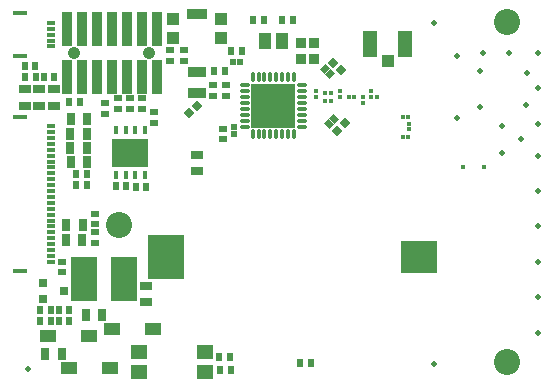
<source format=gts>
G04*
G04 #@! TF.GenerationSoftware,Altium Limited,Altium Designer,23.6.0 (18)*
G04*
G04 Layer_Color=8388736*
%FSLAX43Y43*%
%MOMM*%
G71*
G04*
G04 #@! TF.SameCoordinates,17FE0B56-B4FD-4FE6-8C66-39BC20258D9D*
G04*
G04*
G04 #@! TF.FilePolarity,Negative*
G04*
G01*
G75*
%ADD17R,2.203X3.803*%
%ADD18R,1.000X1.100*%
%ADD19R,1.800X0.900*%
%ADD20R,1.353X1.003*%
%ADD21R,0.400X0.400*%
%ADD22R,0.380X0.400*%
%ADD23R,0.400X0.380*%
%ADD24R,1.100X0.740*%
%ADD25R,0.610X0.800*%
%ADD26R,0.750X0.660*%
%ADD27R,1.650X0.950*%
%ADD28O,0.400X0.850*%
%ADD29O,0.850X0.400*%
%ADD30R,3.800X3.800*%
%ADD31R,3.099X2.388*%
%ADD32R,0.305X0.660*%
%ADD33R,0.850X0.950*%
%ADD34R,1.100X1.350*%
%ADD35R,0.840X2.890*%
%ADD36R,1.200X2.300*%
%ADD37R,1.100X1.100*%
%ADD38R,1.152X0.452*%
%ADD39R,0.750X0.350*%
%ADD40R,0.990X0.740*%
%ADD41R,0.660X0.610*%
%ADD42R,0.500X0.600*%
%ADD43R,3.100X2.700*%
%ADD44R,3.100X3.700*%
%ADD45R,1.403X1.203*%
%ADD46R,0.740X0.990*%
%ADD47R,0.610X0.660*%
%ADD48R,0.800X0.610*%
G04:AMPARAMS|DCode=49|XSize=0.66mm|YSize=0.61mm|CornerRadius=0mm|HoleSize=0mm|Usage=FLASHONLY|Rotation=135.000|XOffset=0mm|YOffset=0mm|HoleType=Round|Shape=Rectangle|*
%AMROTATEDRECTD49*
4,1,4,0.449,-0.018,0.018,-0.449,-0.449,0.018,-0.018,0.449,0.449,-0.018,0.0*
%
%ADD49ROTATEDRECTD49*%

G04:AMPARAMS|DCode=50|XSize=0.5mm|YSize=0.6mm|CornerRadius=0mm|HoleSize=0mm|Usage=FLASHONLY|Rotation=225.000|XOffset=0mm|YOffset=0mm|HoleType=Round|Shape=Rectangle|*
%AMROTATEDRECTD50*
4,1,4,-0.035,0.389,0.389,-0.035,0.035,-0.389,-0.389,0.035,-0.035,0.389,0.0*
%
%ADD50ROTATEDRECTD50*%

%ADD51R,0.600X0.500*%
G04:AMPARAMS|DCode=52|XSize=0.5mm|YSize=0.6mm|CornerRadius=0mm|HoleSize=0mm|Usage=FLASHONLY|Rotation=135.000|XOffset=0mm|YOffset=0mm|HoleType=Round|Shape=Rectangle|*
%AMROTATEDRECTD52*
4,1,4,0.389,0.035,-0.035,-0.389,-0.389,-0.035,0.035,0.389,0.389,0.035,0.0*
%
%ADD52ROTATEDRECTD52*%

G04:AMPARAMS|DCode=53|XSize=0.66mm|YSize=0.61mm|CornerRadius=0mm|HoleSize=0mm|Usage=FLASHONLY|Rotation=225.000|XOffset=0mm|YOffset=0mm|HoleType=Round|Shape=Rectangle|*
%AMROTATEDRECTD53*
4,1,4,0.018,0.449,0.449,0.018,-0.018,-0.449,-0.449,-0.018,0.018,0.449,0.0*
%
%ADD53ROTATEDRECTD53*%

%ADD54C,1.070*%
%ADD55C,0.500*%
%ADD56C,2.203*%
%ADD57C,0.508*%
%ADD58C,0.450*%
D17*
X6047Y8636D02*
D03*
X9447D02*
D03*
D18*
X17671Y30645D02*
D03*
X13571D02*
D03*
Y29045D02*
D03*
X17671D02*
D03*
D19*
X15621Y31045D02*
D03*
D20*
X2949Y3791D02*
D03*
X6449D02*
D03*
X4727Y1124D02*
D03*
X8227D02*
D03*
X8410Y4445D02*
D03*
X11910D02*
D03*
D21*
X30361Y24056D02*
D03*
D22*
X30830D02*
D03*
X26452Y24429D02*
D03*
X26922D02*
D03*
X33018Y22402D02*
D03*
X33488D02*
D03*
X33018Y20679D02*
D03*
X33488D02*
D03*
X26923Y23705D02*
D03*
X26453D02*
D03*
X28451Y24058D02*
D03*
X28921D02*
D03*
D23*
X30361Y24526D02*
D03*
X33520Y21306D02*
D03*
Y21776D02*
D03*
X29668Y24032D02*
D03*
Y23562D02*
D03*
X27699Y24555D02*
D03*
Y24085D02*
D03*
X25691Y24555D02*
D03*
Y24085D02*
D03*
D24*
X15600Y17750D02*
D03*
Y19150D02*
D03*
D25*
X1050Y25750D02*
D03*
X1950D02*
D03*
X4786Y5117D02*
D03*
X3886D02*
D03*
X18445Y927D02*
D03*
X17545D02*
D03*
X25250Y1550D02*
D03*
X24350D02*
D03*
X1000Y26700D02*
D03*
X1900D02*
D03*
X5676Y23620D02*
D03*
X4776D02*
D03*
X5392Y16637D02*
D03*
X6292D02*
D03*
X5392Y17526D02*
D03*
X6292D02*
D03*
X8708Y16499D02*
D03*
X9608D02*
D03*
X17479Y2032D02*
D03*
X18379D02*
D03*
X2300Y5100D02*
D03*
X3200D02*
D03*
X2300Y6000D02*
D03*
X3200D02*
D03*
X4791Y5983D02*
D03*
X3891D02*
D03*
X2621Y25735D02*
D03*
X3521D02*
D03*
D26*
X2536Y6964D02*
D03*
X4336Y7614D02*
D03*
X2536Y8264D02*
D03*
D27*
X15621Y24398D02*
D03*
X15621Y26148D02*
D03*
D28*
X20308Y20881D02*
D03*
X21308Y20881D02*
D03*
X21808D02*
D03*
X22308D02*
D03*
X22808D02*
D03*
X23308Y20881D02*
D03*
X23808Y20881D02*
D03*
Y25731D02*
D03*
X23308Y25731D02*
D03*
X22808Y25731D02*
D03*
X22308Y25731D02*
D03*
X21808Y25731D02*
D03*
X21308Y25731D02*
D03*
X20808D02*
D03*
X20808Y20881D02*
D03*
X20308Y25731D02*
D03*
D29*
X24483Y21556D02*
D03*
X24483Y22056D02*
D03*
X24483Y22556D02*
D03*
X24483Y23056D02*
D03*
X24483Y24056D02*
D03*
Y25056D02*
D03*
X19633Y25056D02*
D03*
X19633Y24556D02*
D03*
X19633Y24056D02*
D03*
X19633Y23556D02*
D03*
X19633Y23056D02*
D03*
X19633Y22556D02*
D03*
X19633Y22056D02*
D03*
X19633Y21556D02*
D03*
X24483Y24556D02*
D03*
X24483Y23556D02*
D03*
D30*
X22058Y23306D02*
D03*
D31*
X9960Y19355D02*
D03*
D32*
X9560Y17437D02*
D03*
X8760D02*
D03*
Y21272D02*
D03*
X10360D02*
D03*
X11160D02*
D03*
X9560D02*
D03*
X10360Y17437D02*
D03*
X11160D02*
D03*
D33*
X24437Y28659D02*
D03*
Y27309D02*
D03*
X25487Y27309D02*
D03*
X25487Y28659D02*
D03*
D34*
X21336Y28829D02*
D03*
X22836Y28829D02*
D03*
D35*
X8382Y29845D02*
D03*
X9652D02*
D03*
X12192D02*
D03*
Y25781D02*
D03*
X10922D02*
D03*
X9652D02*
D03*
X8382D02*
D03*
X4572D02*
D03*
X5842D02*
D03*
X7112D02*
D03*
Y29845D02*
D03*
X5842D02*
D03*
X4572D02*
D03*
X10922D02*
D03*
D36*
X33250Y28575D02*
D03*
X30250D02*
D03*
D37*
X31750Y27075D02*
D03*
D38*
X612Y9300D02*
D03*
Y22380D02*
D03*
X628Y31127D02*
D03*
Y27547D02*
D03*
D39*
X3262Y10090D02*
D03*
Y10590D02*
D03*
Y11090D02*
D03*
Y11590D02*
D03*
Y12090D02*
D03*
Y12590D02*
D03*
Y13090D02*
D03*
Y13590D02*
D03*
Y14090D02*
D03*
Y14590D02*
D03*
Y15090D02*
D03*
Y15590D02*
D03*
Y16090D02*
D03*
Y16590D02*
D03*
Y17090D02*
D03*
Y17590D02*
D03*
Y18090D02*
D03*
Y18590D02*
D03*
Y19090D02*
D03*
Y19590D02*
D03*
Y20090D02*
D03*
Y20590D02*
D03*
Y21090D02*
D03*
Y21590D02*
D03*
X3278Y30337D02*
D03*
Y29837D02*
D03*
Y29337D02*
D03*
Y28837D02*
D03*
Y28337D02*
D03*
D40*
X2250Y23300D02*
D03*
Y24700D02*
D03*
X1000D02*
D03*
Y23300D02*
D03*
X11303Y8066D02*
D03*
Y6666D02*
D03*
X3522Y24700D02*
D03*
Y23300D02*
D03*
D41*
X13335Y27109D02*
D03*
Y28009D02*
D03*
X17830Y21378D02*
D03*
X17830Y20478D02*
D03*
X18030Y24156D02*
D03*
Y25056D02*
D03*
X16930Y24156D02*
D03*
Y25056D02*
D03*
D42*
X18623Y27051D02*
D03*
X19223D02*
D03*
D43*
X34409Y10479D02*
D03*
D44*
X13009D02*
D03*
D45*
X16262Y2501D02*
D03*
Y801D02*
D03*
X10662Y2501D02*
D03*
Y801D02*
D03*
D46*
X6158Y5588D02*
D03*
X7558D02*
D03*
X4492Y11958D02*
D03*
X5892D02*
D03*
X4507Y13208D02*
D03*
X5907D02*
D03*
X4129Y2267D02*
D03*
X2729D02*
D03*
X4888Y18542D02*
D03*
X6288D02*
D03*
X4845Y19746D02*
D03*
X6245D02*
D03*
X4851Y20951D02*
D03*
X6251D02*
D03*
X4902Y22166D02*
D03*
X6302D02*
D03*
D47*
X11299Y16434D02*
D03*
X10399D02*
D03*
X17976Y26289D02*
D03*
X17076D02*
D03*
X19373Y27940D02*
D03*
X18473Y27940D02*
D03*
X22791Y30607D02*
D03*
X23691D02*
D03*
X20378D02*
D03*
X21278Y30607D02*
D03*
D48*
X7000Y11700D02*
D03*
Y12600D02*
D03*
X4191Y10102D02*
D03*
Y9202D02*
D03*
X14478Y27109D02*
D03*
Y28009D02*
D03*
X11947Y22770D02*
D03*
Y21870D02*
D03*
X10922Y23045D02*
D03*
Y23945D02*
D03*
X9906Y23045D02*
D03*
Y23945D02*
D03*
X8890Y23045D02*
D03*
Y23945D02*
D03*
X7802Y22654D02*
D03*
Y23554D02*
D03*
X6994Y13275D02*
D03*
Y14175D02*
D03*
D49*
X15558Y23305D02*
D03*
X14922Y22669D02*
D03*
X27462Y21188D02*
D03*
X28098Y21824D02*
D03*
D50*
X26744Y21738D02*
D03*
X27168Y22162D02*
D03*
D51*
X18718Y21531D02*
D03*
Y20931D02*
D03*
D52*
X26418Y26418D02*
D03*
X26842Y25994D02*
D03*
D53*
X27123Y26974D02*
D03*
X27760Y26338D02*
D03*
D54*
X11557Y27813D02*
D03*
X5207D02*
D03*
D55*
X1278Y1018D02*
D03*
X35655Y1423D02*
D03*
Y30350D02*
D03*
D56*
X41850Y30400D02*
D03*
Y1600D02*
D03*
X9000Y13200D02*
D03*
D57*
X44476Y4102D02*
D03*
Y10101D02*
D03*
Y13101D02*
D03*
Y16101D02*
D03*
Y7102D02*
D03*
Y27792D02*
D03*
Y21792D02*
D03*
Y24792D02*
D03*
Y19101D02*
D03*
X37600Y27501D02*
D03*
Y22299D02*
D03*
X43573Y26056D02*
D03*
X42993Y20485D02*
D03*
X41452Y19279D02*
D03*
X41406Y21600D02*
D03*
X39587Y23240D02*
D03*
X39580Y26240D02*
D03*
X39773Y27792D02*
D03*
X42042D02*
D03*
X43482Y23340D02*
D03*
D58*
X38158Y18108D02*
D03*
X39869D02*
D03*
M02*

</source>
